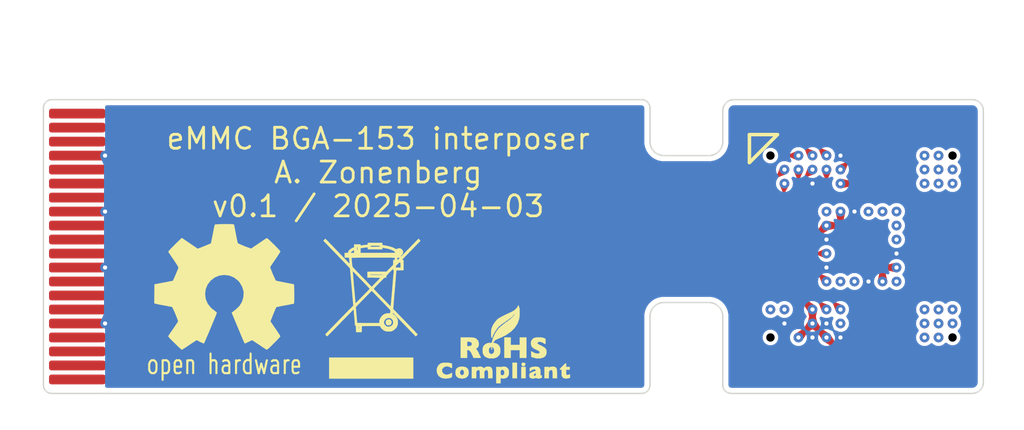
<source format=kicad_pcb>
(kicad_pcb (version 20240108) (generator "pcbnew") (generator_version "8.0")
  (layers (0 "F.Cu" signal) (31 "B.Cu" signal) (34 "B.Paste" user) (35 "F.Paste" user) (36 "B.SilkS" user "B.Silkscreen") (37 "F.SilkS" user "F.Silkscreen") (38 "B.Mask" user) (39 "F.Mask" user) (44 "Edge.Cuts" user))
  (net 0 "")
  (net 1 "/D0")
  (net 2 "/GND")
  (net 3 "/D4")
  (net 4 "/CLK")
  (net 5 "/CMD")
  (net 6 "/D7")
  (net 7 "/VDDI")
  (net 8 "/DS")
  (net 9 "/VCCQ")
  (net 10 "/D2")
  (net 11 "/VCC")
  (net 12 "/D1")
  (net 13 "/RST_N")
  (net 14 "/D6")
  (net 15 "/D5")
  (net 16 "/D3")
  (footprint "azonenberg_pcb:CONN_FFC_0.5MM_3.5MM_1x20_2MM" (layer "F.Cu") (at 100.5 86.5 90)
    (property "Reference" "J1" (hide yes))
    (property "Value" "CONN_01X20" (hide yes))
    (fp_line (start 4.947868 -2.2) (end -4.947868 -2.2) (stroke (width 0.05)) (layer "Edge.Cuts"))
    (fp_line (start 5.25 0) (end 5.25 -1.9) (stroke (width 0.05)) (layer "Edge.Cuts"))
    (fp_line (start -5.25 0) (end -5.25 -1.9) (stroke (width 0.05)) (layer "Edge.Cuts"))
    (fp_arc (start 4.947868 -2.2) (mid 5.160021 -2.112143) (end 5.247868 -1.9) (stroke (width 0.05)) (layer "Edge.Cuts"))
    (fp_arc (start -5.25 -1.9) (mid -5.162132 -2.112132) (end -4.95 -2.2) (stroke (width 0.05)) (layer "Edge.Cuts"))
    (pad "1" smd roundrect (at -4.75 -1 90) (size 0.35 2) (layers "F.Cu" "F.Mask") (net 9 "/VCCQ"))
    (pad "2" smd roundrect (at -4.25 -1 90) (size 0.35 2) (layers "F.Cu" "F.Mask") (net 9 "/VCCQ"))
    (pad "3" smd roundrect (at -3.75 -1 90) (size 0.35 2) (layers "F.Cu" "F.Mask") (net 5 "/CMD"))
    (pad "4" smd roundrect (at -3.25 -1 90) (size 0.35 2) (layers "F.Cu" "F.Mask") (net 4 "/CLK"))
    (pad "5" smd roundrect (at -2.75 -1 90) (size 0.35 2) (layers "F.Cu" "F.Mask") (net 2 "/GND"))
    (pad "6" smd roundrect (at -2.25 -1 90) (size 0.35 2) (layers "F.Cu" "F.Mask") (net 13 "/RST_N"))
    (pad "7" smd roundrect (at -1.75 -1 90) (size 0.35 2) (layers "F.Cu" "F.Mask") (net 8 "/DS"))
    (pad "8" smd roundrect (at -1.25 -1 90) (size 0.35 2) (layers "F.Cu" "F.Mask") (net 11 "/VCC"))
    (pad "9" smd roundrect (at -0.75 -1 90) (size 0.35 2) (layers "F.Cu" "F.Mask") (net 2 "/GND"))
    (pad "10" smd roundrect (at -0.25 -1 90) (size 0.35 2) (layers "F.Cu" "F.Mask") (net 14 "/D6"))
    (pad "11" smd roundrect (at 0.25 -1 90) (size 0.35 2) (layers "F.Cu" "F.Mask") (net 15 "/D5"))
    (pad "12" smd roundrect (at 0.75 -1 90) (size 0.35 2) (layers "F.Cu" "F.Mask") (net 3 "/D4"))
    (pad "13" smd roundrect (at 1.25 -1 90) (size 0.35 2) (layers "F.Cu" "F.Mask") (net 2 "/GND"))
    (pad "14" smd roundrect (at 1.75 -1 90) (size 0.35 2) (layers "F.Cu" "F.Mask") (net 7 "/VDDI"))
    (pad "15" smd roundrect (at 2.25 -1 90) (size 0.35 2) (layers "F.Cu" "F.Mask") (net 16 "/D3"))
    (pad "16" smd roundrect (at 2.75 -1 90) (size 0.35 2) (layers "F.Cu" "F.Mask") (net 1 "/D0"))
    (pad "17" smd roundrect (at 3.25 -1 90) (size 0.35 2) (layers "F.Cu" "F.Mask") (net 2 "/GND"))
    (pad "18" smd roundrect (at 3.75 -1 90) (size 0.35 2) (layers "F.Cu" "F.Mask") (net 12 "/D1"))
    (pad "19" smd roundrect (at 4.25 -1 90) (size 0.35 2) (layers "F.Cu" "F.Mask") (net 10 "/D2"))
    (pad "20" smd roundrect (at 4.75 -1 90) (size 0.35 2) (layers "F.Cu" "F.Mask") (net 6 "/D7"))
  )
  (footprint "w_logo:Logo_silk_WEEE_3.4x5mm" (layer "F.Cu") (at 110 88.75)
    (property "Reference" "M3" (hide yes))
    (property "Value" "MECHANICAL" (hide yes))
  )
  (footprint "w_logo:Logo_silk_OSHW_6x6mm" (layer "F.Cu") (at 104.755 87.944565)
    (property "Reference" "M2" (hide yes))
    (property "Value" "MECHANICAL" (hide yes))
  )
  (footprint "w_logo:Logo_silk_ROHS_5x2.8mm" (layer "F.Cu") (at 114.75 90)
    (property "Reference" "M4" (hide yes))
    (property "Value" "MECHANICAL" (hide yes))
  )
  (footprint "azonenberg_pcb:BGA_153_14x14_EMMC_BA_0.5MM_NCDEPOP_REVERSE" (layer "F.Cu") (at 127.5 86.5)
    (property "Reference" "U1" (hide yes))
    (property "Value" "eMMC-153ball" (hide yes))
    (pad "" np_thru_hole circle (at -3.25 -3.25) (size 0.3 0.3) (drill 0.3) (layers "*.Mask"))
    (pad "" np_thru_hole circle (at -3.25 3.25) (size 0.3 0.3) (drill 0.3) (layers "*.Mask"))
    (pad "" np_thru_hole circle (at 3.25 -3.25) (size 0.3 0.3) (drill 0.3) (layers "*.Mask"))
    (pad "" np_thru_hole circle (at 3.25 3.25) (size 0.3 0.3) (drill 0.3) (layers "*.Mask"))
    (pad "A3" smd circle (at -2.25 -3.25) (size 0.3 0.3) (layers "*.Mask" "B.Cu" "B.Paste") (net 1 "/D0"))
    (pad "A4" smd circle (at -1.75 -3.25) (size 0.3 0.3) (layers "*.Mask" "B.Cu" "B.Paste") (net 12 "/D1"))
    (pad "A5" smd circle (at -1.25 -3.25) (size 0.3 0.3) (layers "*.Mask" "B.Cu" "B.Paste") (net 10 "/D2"))
    (pad "A6" smd circle (at -0.75 -3.25) (size 0.3 0.3) (layers "*.Mask" "B.Cu" "B.Paste") (net 2 "/GND"))
    (pad "A12" smd circle (at 2.25 -3.25) (size 0.3 0.3) (layers "*.Mask" "B.Cu" "B.Paste"))
    (pad "A13" smd circle (at 2.75 -3.25) (size 0.3 0.3) (layers "*.Mask" "B.Cu" "B.Paste"))
    (pad "B2" smd circle (at -2.75 -2.75) (size 0.3 0.3) (layers "*.Mask" "B.Cu" "B.Paste") (net 16 "/D3"))
    (pad "B3" smd circle (at -2.25 -2.75) (size 0.3 0.3) (layers "*.Mask" "B.Cu" "B.Paste") (net 3 "/D4"))
    (pad "B4" smd circle (at -1.75 -2.75) (size 0.3 0.3) (layers "*.Mask" "B.Cu" "B.Paste") (net 15 "/D5"))
    (pad "B5" smd circle (at -1.25 -2.75) (size 0.3 0.3) (layers "*.Mask" "B.Cu" "B.Paste") (net 14 "/D6"))
    (pad "B6" smd circle (at -0.75 -2.75) (size 0.3 0.3) (layers "*.Mask" "B.Cu" "B.Paste") (net 6 "/D7"))
    (pad "B12" smd circle (at 2.25 -2.75) (size 0.3 0.3) (layers "*.Mask" "B.Cu" "B.Paste"))
    (pad "B13" smd circle (at 2.75 -2.75) (size 0.3 0.3) (layers "*.Mask" "B.Cu" "B.Paste"))
    (pad "B14" smd circle (at 3.25 -2.75) (size 0.3 0.3) (layers "*.Mask" "B.Cu" "B.Paste"))
    (pad "C2" smd circle (at -2.75 -2.25) (size 0.3 0.3) (layers "*.Mask" "B.Cu" "B.Paste") (net 7 "/VDDI"))
    (pad "C4" smd circle (at -1.75 -2.25) (size 0.3 0.3) (layers "*.Mask" "B.Cu" "B.Paste") (net 2 "/GND"))
    (pad "C6" smd circle (at -0.75 -2.25) (size 0.3 0.3) (layers "*.Mask" "B.Cu" "B.Paste") (net 9 "/VCCQ"))
    (pad "C12" smd circle (at 2.25 -2.25) (size 0.3 0.3) (layers "*.Mask" "B.Cu" "B.Paste"))
    (pad "C13" smd circle (at 2.75 -2.25) (size 0.3 0.3) (layers "*.Mask" "B.Cu" "B.Paste"))
    (pad "C14" smd circle (at 3.25 -2.25) (size 0.3 0.3) (layers "*.Mask" "B.Cu" "B.Paste"))
    (pad "E5" smd circle (at -1.25 -1.25) (size 0.3 0.3) (layers "*.Mask" "B.Cu" "B.Paste"))
    (pad "E6" smd circle (at -0.75 -1.25) (size 0.3 0.3) (layers "*.Mask" "B.Cu" "B.Paste") (net 11 "/VCC"))
    (pad "E7" smd circle (at -0.25 -1.25) (size 0.3 0.3) (layers "*.Mask" "B.Cu" "B.Paste") (net 2 "/GND"))
    (pad "E8" smd circle (at 0.25 -1.25) (size 0.3 0.3) (layers "*.Mask" "B.Cu" "B.Paste"))
    (pad "E9" smd circle (at 0.75 -1.25) (size 0.3 0.3) (layers "*.Mask" "B.Cu" "B.Paste"))
    (pad "E10" smd circle (at 1.25 -1.25) (size 0.3 0.3) (layers "*.Mask" "B.Cu" "B.Paste"))
    (pad "F5" smd circle (at -1.25 -0.75) (size 0.3 0.3) (layers "*.Mask" "B.Cu" "B.Paste") (net 11 "/VCC"))
    (pad "F10" smd circle (at 1.25 -0.75) (size 0.3 0.3) (layers "*.Mask" "B.Cu" "B.Paste"))
    (pad "G5" smd circle (at -1.25 -0.25) (size 0.3 0.3) (layers "*.Mask" "B.Cu" "B.Paste") (net 2 "/GND"))
    (pad "G10" smd circle (at 1.25 -0.25) (size 0.3 0.3) (layers "*.Mask" "B.Cu" "B.Paste"))
    (pad "H5" smd circle (at -1.25 0.25) (size 0.3 0.3) (layers "*.Mask" "B.Cu" "B.Paste") (net 8 "/DS"))
    (pad "H10" smd circle (at 1.25 0.25) (size 0.3 0.3) (layers "*.Mask" "B.Cu" "B.Paste") (net 2 "/GND"))
    (pad "J5" smd circle (at -1.25 0.75) (size 0.3 0.3) (layers "*.Mask" "B.Cu" "B.Paste") (net 2 "/GND"))
    (pad "J10" smd circle (at 1.25 0.75) (size 0.3 0.3) (layers "*.Mask" "B.Cu" "B.Paste") (net 11 "/VCC"))
    (pad "K5" smd circle (at -1.25 1.25) (size 0.3 0.3) (layers "*.Mask" "B.Cu" "B.Paste") (net 13 "/RST_N"))
    (pad "K6" smd circle (at -0.75 1.25) (size 0.3 0.3) (layers "*.Mask" "B.Cu" "B.Paste"))
    (pad "K7" smd circle (at -0.25 1.25) (size 0.3 0.3) (layers "*.Mask" "B.Cu" "B.Paste"))
    (pad "K8" smd circle (at 0.25 1.25) (size 0.3 0.3) (layers "*.Mask" "B.Cu" "B.Paste") (net 2 "/GND"))
    (pad "K9" smd circle (at 0.75 1.25) (size 0.3 0.3) (layers "*.Mask" "B.Cu" "B.Paste") (net 11 "/VCC"))
    (pad "K10" smd circle (at 1.25 1.25) (size 0.3 0.3) (layers "*.Mask" "B.Cu" "B.Paste"))
    (pad "M1" smd circle (at -3.25 2.25) (size 0.3 0.3) (layers "*.Mask" "B.Cu" "B.Paste"))
    (pad "M2" smd circle (at -2.75 2.25) (size 0.3 0.3) (layers "*.Mask" "B.Cu" "B.Paste"))
    (pad "M4" smd circle (at -1.75 2.25) (size 0.3 0.3) (layers "*.Mask" "B.Cu" "B.Paste") (net 9 "/VCCQ"))
    (pad "M5" smd circle (at -1.25 2.25) (size 0.3 0.3) (layers "*.Mask" "B.Cu" "B.Paste") (net 5 "/CMD"))
    (pad "M6" smd circle (at -0.75 2.25) (size 0.3 0.3) (layers "*.Mask" "B.Cu" "B.Paste") (net 4 "/CLK"))
    (pad "M12" smd circle (at 2.25 2.25) (size 0.3 0.3) (layers "*.Mask" "B.Cu" "B.Paste"))
    (pad "M13" smd circle (at 2.75 2.25) (size 0.3 0.3) (layers "*.Mask" "B.Cu" "B.Paste"))
    (pad "M14" smd circle (at 3.25 2.25) (size 0.3 0.3) (layers "*.Mask" "B.Cu" "B.Paste"))
    (pad "N2" smd circle (at -2.75 2.75) (size 0.3 0.3) (layers "*.Mask" "B.Cu" "B.Paste") (net 2 "/GND"))
    (pad "N4" smd circle (at -1.75 2.75) (size 0.3 0.3) (layers "*.Mask" "B.Cu" "B.Paste") (net 9 "/VCCQ"))
    (pad "N5" smd circle (at -1.25 2.75) (size 0.3 0.3) (layers "*.Mask" "B.Cu" "B.Paste") (net 2 "/GND"))
    (pad "N6" smd circle (at -0.75 2.75) (size 0.3 0.3) (layers "*.Mask" "B.Cu" "B.Paste"))
    (pad "N12" smd circle (at 2.25 2.75) (size 0.3 0.3) (layers "*.Mask" "B.Cu" "B.Paste"))
    (pad "N13" smd circle (at 2.75 2.75) (size 0.3 0.3) (layers "*.Mask" "B.Cu" "B.Paste"))
    (pad "N14" smd circle (at 3.25 2.75) (size 0.3 0.3) (layers "*.Mask" "B.Cu" "B.Paste"))
    (pad "P3" smd circle (at -2.25 3.25) (size 0.3 0.3) (layers "*.Mask" "B.Cu" "B.Paste") (net 9 "/VCCQ"))
    (pad "P4" smd circle (at -1.75 3.25) (size 0.3 0.3) (layers "*.Mask" "B.Cu" "B.Paste") (net 2 "/GND"))
    (pad "P5" smd circle (at -1.25 3.25) (size 0.3 0.3) (layers "*.Mask" "B.Cu" "B.Paste") (net 9 "/VCCQ"))
    (pad "P6" smd circle (at -0.75 3.25) (size 0.3 0.3) (layers "*.Mask" "B.Cu" "B.Paste") (net 2 "/GND"))
    (pad "P12" smd circle (at 2.25 3.25) (size 0.3 0.3) (layers "*.Mask" "B.Cu" "B.Paste"))
    (pad "P13" smd circle (at 2.75 3.25) (size 0.3 0.3) (layers "*.Mask" "B.Cu" "B.Paste"))
  )
  (gr_line (start 100.5 91.75) (end 119.65 91.75) (stroke (width 0.05)) (layer "Edge.Cuts"))
  (gr_line (start 122.85 91.75) (end 131.45 91.75) (stroke (width 0.05)) (layer "Edge.Cuts"))
  (gr_line (start 122.05 83.25) (end 120.45 83.25) (stroke (width 0.05)) (layer "Edge.Cuts"))
  (gr_line (start 122.55 89) (end 122.55 91.45) (stroke (width 0.05)) (layer "Edge.Cuts"))
  (gr_arc (start 120.45 83.25) (mid 120.096447 83.103553) (end 119.95 82.75) (stroke (width 0.05)) (layer "Edge.Cuts"))
  (gr_line (start 100.5 81.25) (end 119.65 81.25) (stroke (width 0.05)) (layer "Edge.Cuts"))
  (gr_arc (start 119.65 81.25) (mid 119.862132 81.337868) (end 119.95 81.55) (stroke (width 0.05)) (layer "Edge.Cuts"))
  (gr_line (start 131.85 81.65) (end 131.85 91.35) (stroke (width 0.05)) (layer "Edge.Cuts"))
  (gr_arc (start 122.05 88.5) (mid 122.403553 88.646447) (end 122.55 89) (stroke (width 0.05)) (layer "Edge.Cuts"))
  (gr_arc (start 131.45 81.25) (mid 131.732843 81.367157) (end 131.85 81.65) (stroke (width 0.05)) (layer "Edge.Cuts"))
  (gr_arc (start 122.55 81.65) (mid 122.667157 81.367157) (end 122.95 81.25) (stroke (width 0.05)) (layer "Edge.Cuts"))
  (gr_line (start 122.55 81.65) (end 122.55 82.75) (stroke (width 0.05)) (layer "Edge.Cuts"))
  (gr_line (start 120.449999 88.5) (end 122.05 88.5) (stroke (width 0.05)) (layer "Edge.Cuts"))
  (gr_line (start 122.95 81.25) (end 131.45 81.25) (stroke (width 0.05)) (layer "Edge.Cuts"))
  (gr_arc (start 122.55 82.75) (mid 122.403554 83.103554) (end 122.05 83.25) (stroke (width 0.05)) (layer "Edge.Cuts"))
  (gr_line (start 119.95 89) (end 119.95 91.45) (stroke (width 0.05)) (layer "Edge.Cuts"))
  (gr_line (start 119.95 81.55) (end 119.95 82.75) (stroke (width 0.05)) (layer "Edge.Cuts"))
  (gr_arc (start 122.85 91.75) (mid 122.637868 91.662132) (end 122.55 91.45) (stroke (width 0.05)) (layer "Edge.Cuts"))
  (gr_arc (start 119.95 91.45) (mid 119.862132 91.662132) (end 119.65 91.75) (stroke (width 0.05)) (layer "Edge.Cuts"))
  (gr_arc (start 119.95 88.999999) (mid 120.096446 88.646446) (end 120.449999 88.5) (stroke (width 0.05)) (layer "Edge.Cuts"))
  (gr_arc (start 131.85 91.35) (mid 131.732843 91.632843) (end 131.45 91.75) (stroke (width 0.05)) (layer "Edge.Cuts"))
  (gr_text "eMMC BGA-153 interposer\nA. Zonenberg\nv0.1 / 2025-04-03" (at 110.25 85.5 0) (layer "F.SilkS") (effects (font (size 0.75 0.75) (thickness 0.1)) (justify bottom)))
  (via (at 126.25 85.25) (size 0.35) (drill 0.15) (layers "F.Cu" "B.Cu") (net 0))
  (via (at 130.75 88.75) (size 0.35) (drill 0.15) (layers "F.Cu" "B.Cu") (net 0))
  (via (at 130.75 89.25) (size 0.35) (drill 0.15) (layers "F.Cu" "B.Cu") (net 0))
  (via (at 124.25 88.75) (size 0.35) (drill 0.15) (layers "F.Cu" "B.Cu") (net 0))
  (via (at 128.75 87.75) (size 0.35) (drill 0.15) (layers "F.Cu" "B.Cu") (net 0))
  (via (at 128.75 85.25) (size 0.35) (drill 0.15) (layers "F.Cu" "B.Cu") (net 0))
  (via (at 130.25 83.25) (size 0.35) (drill 0.15) (layers "F.Cu" "B.Cu") (net 0))
  (via (at 127.75 85.25) (size 0.35) (drill 0.15) (layers "F.Cu" "B.Cu") (net 0))
  (via (at 130.25 88.75) (size 0.35) (drill 0.15) (layers "F.Cu" "B.Cu") (net 0))
  (via (at 129.75 89.25) (size 0.35) (drill 0.15) (layers "F.Cu" "B.Cu") (net 0))
  (via (at 126.75 87.75) (size 0.35) (drill 0.15) (layers "F.Cu" "B.Cu") (net 0))
  (via (at 127.25 87.75) (size 0.35) (drill 0.15) (layers "F.Cu" "B.Cu") (net 0))
  (via (at 130.25 84.25) (size 0.35) (drill 0.15) (layers "F.Cu" "B.Cu") (net 0))
  (via (at 130.75 84.25) (size 0.35) (drill 0.15) (layers "F.Cu" "B.Cu") (net 0))
  (via (at 128.75 86.25) (size 0.35) (drill 0.15) (layers "F.Cu" "B.Cu") (net 0))
  (via (at 128.25 85.25) (size 0.35) (drill 0.15) (layers "F.Cu" "B.Cu") (net 0))
  (via (at 124.75 88.75) (size 0.35) (drill 0.15) (layers "F.Cu" "B.Cu") (net 0))
  (via (at 130.25 89.25) (size 0.35) (drill 0.15) (layers "F.Cu" "B.Cu") (net 0))
  (via (at 129.75 83.75) (size 0.35) (drill 0.15) (layers "F.Cu" "B.Cu") (net 0))
  (via (at 130.25 83.75) (size 0.35) (drill 0.15) (layers "F.Cu" "B.Cu") (net 0))
  (via (at 126.75 89.25) (size 0.35) (drill 0.15) (layers "F.Cu" "B.Cu") (net 0))
  (via (at 130.25 89.75) (size 0.35) (drill 0.15) (layers "F.Cu" "B.Cu") (net 0))
  (via (at 129.75 83.25) (size 0.35) (drill 0.15) (layers "F.Cu" "B.Cu") (net 0))
  (via (at 128.75 85.75) (size 0.35) (drill 0.15) (layers "F.Cu" "B.Cu") (net 0))
  (via (at 129.75 89.75) (size 0.35) (drill 0.15) (layers "F.Cu" "B.Cu") (net 0))
  (via (at 129.75 88.75) (size 0.35) (drill 0.15) (layers "F.Cu" "B.Cu") (net 0))
  (via (at 129.75 84.25) (size 0.35) (drill 0.15) (layers "F.Cu" "B.Cu") (net 0))
  (via (at 130.75 83.75) (size 0.35) (drill 0.15) (layers "F.Cu" "B.Cu") (net 0))
  (segment (start 116.55 84.55) (end 115.75 83.75) (width 0.075) (layer "F.Cu") (net 1))
  (segment (start 115.75 83.75) (end 99.5 83.75) (width 0.075) (layer "F.Cu") (net 1))
  (segment (start 123.4 84.55) (end 116.55 84.55) (width 0.075) (layer "F.Cu") (net 1))
  (segment (start 124.7 83.25) (end 123.4 84.55) (width 0.075) (layer "F.Cu") (net 1))
  (segment (start 125.25 83.25) (end 124.7 83.25) (width 0.075) (layer "F.Cu") (net 1))
  (via (at 125.25 83.25) (size 0.35) (drill 0.15) (layers "F.Cu" "B.Cu") (net 1))
  (segment (start 99.5 83.25) (end 100.5 83.25) (width 0.075) (layer "F.Cu") (net 2))
  (segment (start 99.5 89.25) (end 100.5 89.25) (width 0.075) (layer "F.Cu") (net 2))
  (segment (start 99.5 87.25) (end 100.5 87.25) (width 0.075) (layer "F.Cu") (net 2))
  (segment (start 99.5 85.25) (end 100.5 85.25) (width 0.075) (layer "F.Cu") (net 2))
  (via (at 126.25 89.25) (size 0.35) (drill 0.15) (layers "F.Cu" "B.Cu") (net 2))
  (via (at 125.75 89.75) (size 0.35) (drill 0.15) (layers "F.Cu" "B.Cu") (net 2))
  (via (at 100.5 83.25) (size 0.35) (drill 0.15) (layers "F.Cu" "B.Cu") (net 2))
  (via (at 126.25 86.25) (size 0.35) (drill 0.15) (layers "F.Cu" "B.Cu") (net 2))
  (via (at 128.75 86.75) (size 0.35) (drill 0.15) (layers "F.Cu" "B.Cu") (net 2))
  (via (at 125.75 84.25) (size 0.35) (drill 0.15) (layers "F.Cu" "B.Cu") (net 2))
  (via (at 127.25 85.25) (size 0.35) (drill 0.15) (layers "F.Cu" "B.Cu") (net 2))
  (via (at 126.25 87.25) (size 0.35) (drill 0.15) (layers "F.Cu" "B.Cu") (net 2))
  (via (at 100.5 87.25) (size 0.35) (drill 0.15) (layers "F.Cu" "B.Cu") (net 2))
  (via (at 100.5 85.25) (size 0.35) (drill 0.15) (layers "F.Cu" "B.Cu") (net 2))
  (via (at 126.75 83.25) (size 0.35) (drill 0.15) (layers "F.Cu" "B.Cu") (net 2))
  (via (at 100.5 89.25) (size 0.35) (drill 0.15) (layers "F.Cu" "B.Cu") (net 2))
  (via (at 124.75 89.25) (size 0.35) (drill 0.15) (layers "F.Cu" "B.Cu") (net 2))
  (via (at 127.75 87.75) (size 0.35) (drill 0.15) (layers "F.Cu" "B.Cu") (net 2))
  (via (at 126.75 89.75) (size 0.35) (drill 0.15) (layers "F.Cu" "B.Cu") (net 2))
  (segment (start 126.25 89.25) (end 126.75 89.75) (width 0.075) (layer "B.Cu") (net 2))
  (segment (start 125.25 89.25) (end 125.75 89.75) (width 0.075) (layer "B.Cu") (net 2))
  (segment (start 126.75 83.25) (end 127.25 83.75) (width 0.075) (layer "B.Cu") (net 2))
  (segment (start 127.8 86.75) (end 127.75 86.8) (width 0.075) (layer "B.Cu") (net 2))
  (segment (start 125.05 84.95) (end 125.05 85.05) (width 0.075) (layer "B.Cu") (net 2))
  (segment (start 127.25 86.1) (end 127.25 86.85) (width 0.075) (layer "B.Cu") (net 2))
  (segment (start 127.25 85.25) (end 127.25 86.1) (width 0.075) (layer "B.Cu") (net 2))
  (segment (start 127.5 89.75) (end 126.75 89.75) (width 0.075) (layer "B.Cu") (net 2))
  (segment (start 126.25 87.25) (end 126.85 87.25) (width 0.075) (layer "B.Cu") (net 2))
  (segment (start 125.05 85.05) (end 126.25 86.25) (width 0.075) (layer "B.Cu") (net 2))
  (segment (start 127.75 87.75) (end 127.75 89.5) (width 0.075) (layer "B.Cu") (net 2))
  (segment (start 127.25 86.1) (end 127.25 86.15) (width 0.075) (layer "B.Cu") (net 2))
  (segment (start 100.5 83.25) (end 100.5 89.25) (width 0.075) (layer "B.Cu") (net 2))
  (segment (start 116.5 83.25) (end 100.5 83.25) (width 0.075) (layer "B.Cu") (net 2))
  (segment (start 127.25 86.85) (end 127.75 87.35) (width 0.075) (layer "B.Cu") (net 2))
  (segment (start 127.75 89.5) (end 127.5 89.75) (width 0.075) (layer "B.Cu") (net 2))
  (segment (start 127.15 86.25) (end 126.25 86.25) (width 0.075) (layer "B.Cu") (net 2))
  (segment (start 125.75 84.25) (end 125.05 84.95) (width 0.075) (layer "B.Cu") (net 2))
  (segment (start 128.75 86.75) (end 127.8 86.75) (width 0.075) (layer "B.Cu") (net 2))
  (segment (start 127.75 86.8) (end 127.75 87.4) (width 0.075) (layer "B.Cu") (net 2))
  (segment (start 124.75 89.25) (end 125.25 89.25) (width 0.075) (layer "B.Cu") (net 2))
  (segment (start 127.75 87.4) (end 127.75 87.75) (width 0.075) (layer "B.Cu") (net 2))
  (segment (start 118.2 84.95) (end 116.5 83.25) (width 0.075) (layer "B.Cu") (net 2))
  (segment (start 127.25 86.15) (end 127.15 86.25) (width 0.075) (layer "B.Cu") (net 2))
  (segment (start 127.25 83.75) (end 127.25 85.25) (width 0.075) (layer "B.Cu") (net 2))
  (segment (start 126.85 87.25) (end 127.25 86.85) (width 0.075) (layer "B.Cu") (net 2))
  (segment (start 126.25 89.25) (end 125.75 89.75) (width 0.075) (layer "B.Cu") (net 2))
  (segment (start 125.05 84.95) (end 118.2 84.95) (width 0.075) (layer "B.Cu") (net 2))
  (segment (start 127.75 87.35) (end 127.75 87.4) (width 0.075) (layer "B.Cu") (net 2))
  (segment (start 117.4 85.35) (end 124.3 85.35) (width 0.075) (layer "F.Cu") (net 3))
  (segment (start 117 85.75) (end 117.4 85.35) (width 0.075) (layer "F.Cu") (net 3))
  (segment (start 124.3 85.35) (end 125.25 84.4) (width 0.075) (layer "F.Cu") (net 3))
  (segment (start 99.5 85.75) (end 117 85.75) (width 0.075) (layer "F.Cu") (net 3))
  (segment (start 125.25 84.4) (end 125.25 83.75) (width 0.075) (layer "F.Cu") (net 3))
  (via (at 125.25 83.75) (size 0.35) (drill 0.15) (layers "F.Cu" "B.Cu") (net 3))
  (segment (start 99.5 89.75) (end 116.2 89.75) (width 0.075) (layer "F.Cu") (net 4))
  (segment (start 118.6 87.35) (end 125.35 87.35) (width 0.075) (layer "F.Cu") (net 4))
  (segment (start 116.2 89.75) (end 118.6 87.35) (width 0.075) (layer "F.Cu") (net 4))
  (segment (start 125.35 87.35) (end 126.75 88.75) (width 0.075) (layer "F.Cu") (net 4))
  (via (at 126.75 88.75) (size 0.35) (drill 0.15) (layers "F.Cu" "B.Cu") (net 4))
  (segment (start 116.2 90.25) (end 118.85 87.6) (width 0.075) (layer "F.Cu") (net 5))
  (segment (start 118.85 87.6) (end 125.1 87.6) (width 0.075) (layer "F.Cu") (net 5))
  (segment (start 125.1 87.6) (end 126.25 88.75) (width 0.075) (layer "F.Cu") (net 5))
  (segment (start 99.5 90.25) (end 116.2 90.25) (width 0.075) (layer "F.Cu") (net 5))
  (via (at 126.25 88.75) (size 0.35) (drill 0.15) (layers "F.Cu" "B.Cu") (net 5))
  (segment (start 123.45 83.3) (end 123.05 83.7) (width 0.075) (layer "F.Cu") (net 6))
  (segment (start 123.05 83.7) (end 116.9 83.7) (width 0.075) (layer "F.Cu") (net 6))
  (segment (start 127.15 83.35) (end 127.15 82.9) (width 0.075) (layer "F.Cu") (net 6))
  (segment (start 126.625 82.375) (end 123.825 82.375) (width 0.075) (layer "F.Cu") (net 6))
  (segment (start 127.15 82.9) (end 126.625 82.375) (width 0.075) (layer "F.Cu") (net 6))
  (segment (start 123.825 82.375) (end 123.45 82.75) (width 0.075) (layer "F.Cu") (net 6))
  (segment (start 116.9 83.7) (end 114.95 81.75) (width 0.075) (layer "F.Cu") (net 6))
  (segment (start 126.75 83.75) (end 127.15 83.35) (width 0.075) (layer "F.Cu") (net 6))
  (segment (start 114.95 81.75) (end 99.5 81.75) (width 0.075) (layer "F.Cu") (net 6))
  (segment (start 123.45 82.75) (end 123.45 83.3) (width 0.075) (layer "F.Cu") (net 6))
  (via (at 126.75 83.75) (size 0.35) (drill 0.15) (layers "F.Cu" "B.Cu") (net 6))
  (segment (start 124.25 85.05) (end 124.75 84.55) (width 0.075) (layer "F.Cu") (net 7))
  (segment (start 99.5 84.75) (end 115.85 84.75) (width 0.075) (layer "F.Cu") (net 7))
  (segment (start 115.85 84.75) (end 116.15 85.05) (width 0.075) (layer "F.Cu") (net 7))
  (segment (start 124.75 84.55) (end 124.75 84.25) (width 0.075) (layer "F.Cu") (net 7))
  (segment (start 116.15 85.05) (end 124.25 85.05) (width 0.075) (layer "F.Cu") (net 7))
  (via (at 124.75 84.25) (size 0.35) (drill 0.15) (layers "F.Cu" "B.Cu") (net 7))
  (segment (start 118.25 86.75) (end 116.75 88.25) (width 0.075) (layer "F.Cu") (net 8))
  (segment (start 126.25 86.75) (end 118.25 86.75) (width 0.075) (layer "F.Cu") (net 8))
  (segment (start 116.75 88.25) (end 99.5 88.25) (width 0.075) (layer "F.Cu") (net 8))
  (via (at 126.25 86.75) (size 0.35) (drill 0.15) (layers "F.Cu" "B.Cu") (net 8))
  (segment (start 99.5 90.75) (end 101.6 90.75) (width 0.2) (layer "F.Cu") (net 9))
  (segment (start 126.65 90.15) (end 128.05 90.15) (width 0.2) (layer "F.Cu") (net 9))
  (segment (start 101.6 90.75) (end 116.25 90.75) (width 0.2) (layer "F.Cu") (net 9))
  (segment (start 119 88) (end 125 88) (width 0.2) (layer "F.Cu") (net 9))
  (segment (start 101.6 91.1) (end 101.6 90.75) (width 0.2) (layer "F.Cu") (net 9))
  (segment (start 125.75 88.75) (end 125.75 89.25) (width 0.2) (layer "F.Cu") (net 9))
  (segment (start 125.75 89.25) (end 126.25 89.75) (width 0.2) (layer "F.Cu") (net 9))
  (segment (start 116.25 90.75) (end 119 88) (width 0.2) (layer "F.Cu") (net 9))
  (segment (start 126.25 89.75) (end 126.65 90.15) (width 0.2) (layer "F.Cu") (net 9))
  (segment (start 129.05 84.25) (end 126.75 84.25) (width 0.2) (layer "F.Cu") (net 9))
  (segment (start 129.35 88.85) (end 129.35 84.55) (width 0.2) (layer "F.Cu") (net 9))
  (segment (start 99.5 91.25) (end 101.45 91.25) (width 0.2) (layer "F.Cu") (net 9))
  (segment (start 101.45 91.25) (end 101.6 91.1) (width 0.2) (layer "F.Cu") (net 9))
  (segment (start 125 88) (end 125.75 88.75) (width 0.2) (layer "F.Cu") (net 9))
  (segment (start 129.35 84.55) (end 129.05 84.25) (width 0.2) (layer "F.Cu") (net 9))
  (segment (start 128.05 90.15) (end 129.35 88.85) (width 0.2) (layer "F.Cu") (net 9))
  (segment (start 125.75 89.25) (end 125.25 89.75) (width 0.2) (layer "F.Cu") (net 9))
  (via (at 126.25 89.75) (size 0.35) (drill 0.15) (layers "F.Cu" "B.Cu") (net 9))
  (via (at 125.75 88.75) (size 0.35) (drill 0.15) (layers "F.Cu" "B.Cu") (net 9))
  (via (at 125.25 89.75) (size 0.35) (drill 0.15) (layers "F.Cu" "B.Cu") (net 9))
  (via (at 126.75 84.25) (size 0.35) (drill 0.15) (layers "F.Cu" "B.Cu") (net 9))
  (via (at 125.75 89.25) (size 0.35) (drill 0.15) (layers "F.Cu" "B.Cu") (net 9))
  (segment (start 116.85 84) (end 123.15 84) (width 0.075) (layer "F.Cu") (net 10))
  (segment (start 99.5 82.25) (end 115.1 82.25) (width 0.075) (layer "F.Cu") (net 10))
  (segment (start 123.15 84) (end 123.65 83.5) (width 0.075) (layer "F.Cu") (net 10))
  (segment (start 125.6 82.6) (end 126.25 83.25) (width 0.075) (layer "F.Cu") (net 10))
  (segment (start 123.95 82.6) (end 125.6 82.6) (width 0.075) (layer "F.Cu") (net 10))
  (segment (start 123.65 82.9) (end 123.95 82.6) (width 0.075) (layer "F.Cu") (net 10))
  (segment (start 115.1 82.25) (end 116.85 84) (width 0.075) (layer "F.Cu") (net 10))
  (segment (start 123.65 83.5) (end 123.65 82.9) (width 0.075) (layer "F.Cu") (net 10))
  (via (at 126.25 83.25) (size 0.35) (drill 0.15) (layers "F.Cu" "B.Cu") (net 10))
  (segment (start 127.85 85.75) (end 128.25 86.15) (width 0.2) (layer "F.Cu") (net 11))
  (segment (start 128.3 87.25) (end 128.25 87.2) (width 0.2) (layer "F.Cu") (net 11))
  (segment (start 116.75 87.75) (end 118.075 86.425) (width 0.2) (layer "F.Cu") (net 11))
  (segment (start 125.575 86.425) (end 126.25 85.75) (width 0.2) (layer "F.Cu") (net 11))
  (segment (start 99.5 87.75) (end 116.75 87.75) (width 0.2) (layer "F.Cu") (net 11))
  (segment (start 126.75 85.75) (end 127.85 85.75) (width 0.2) (layer "F.Cu") (net 11))
  (segment (start 128.25 87.2) (end 128.25 87.75) (width 0.2) (layer "F.Cu") (net 11))
  (segment (start 118.075 86.425) (end 125.575 86.425) (width 0.2) (layer "F.Cu") (net 11))
  (segment (start 126.25 85.75) (end 126.75 85.75) (width 0.2) (layer "F.Cu") (net 11))
  (segment (start 128.25 87.25) (end 128.25 87.75) (width 0.075) (layer "F.Cu") (net 11))
  (segment (start 128.25 86.15) (end 128.25 87.2) (width 0.2) (layer "F.Cu") (net 11))
  (segment (start 128.75 87.25) (end 128.3 87.25) (width 0.2) (layer "F.Cu") (net 11))
  (segment (start 126.75 85.25) (end 126.75 85.75) (width 0.2) (layer "F.Cu") (net 11))
  (segment (start 128.75 87.25) (end 128.25 87.25) (width 0.075) (layer "F.Cu") (net 11))
  (segment (start 128.25 86.15) (end 128.25 87.25) (width 0.075) (layer "F.Cu") (net 11))
  (via (at 128.25 87.75) (size 0.35) (drill 0.15) (layers "F.Cu" "B.Cu") (net 11))
  (via (at 128.75 87.25) (size 0.35) (drill 0.15) (layers "F.Cu" "B.Cu") (net 11))
  (via (at 126.75 85.25) (size 0.35) (drill 0.15) (layers "F.Cu" "B.Cu") (net 11))
  (via (at 126.25 85.75) (size 0.35) (drill 0.15) (layers "F.Cu" "B.Cu") (net 11))
  (segment (start 115.2 82.75) (end 116.7 84.25) (width 0.075) (layer "F.Cu") (net 12))
  (segment (start 125.35 82.85) (end 125.75 83.25) (width 0.075) (layer "F.Cu") (net 12))
  (segment (start 116.7 84.25) (end 123.3 84.25) (width 0.075) (layer "F.Cu") (net 12))
  (segment (start 124.1 82.85) (end 125.35 82.85) (width 0.075) (layer "F.Cu") (net 12))
  (segment (start 123.3 84.25) (end 123.9 83.65) (width 0.075) (layer "F.Cu") (net 12))
  (segment (start 123.9 83.65) (end 123.9 83.05) (width 0.075) (layer "F.Cu") (net 12))
  (segment (start 123.9 83.05) (end 124.1 82.85) (width 0.075) (layer "F.Cu") (net 12))
  (segment (start 99.5 82.75) (end 115.2 82.75) (width 0.075) (layer "F.Cu") (net 12))
  (via (at 125.75 83.25) (size 0.35) (drill 0.15) (layers "F.Cu" "B.Cu") (net 12))
  (segment (start 116.7 88.75) (end 99.5 88.75) (width 0.075) (layer "F.Cu") (net 13))
  (segment (start 126.25 87.75) (end 125.6 87.1) (width 0.075) (layer "F.Cu") (net 13))
  (segment (start 118.35 87.1) (end 116.7 88.75) (width 0.075) (layer "F.Cu") (net 13))
  (segment (start 125.6 87.1) (end 118.35 87.1) (width 0.075) (layer "F.Cu") (net 13))
  (via (at 126.25 87.75) (size 0.35) (drill 0.15) (layers "F.Cu" "B.Cu") (net 13))
  (segment (start 117.1 86.75) (end 117.8 86.05) (width 0.075) (layer "F.Cu") (net 14))
  (segment (start 117.8 86.05) (end 124.75 86.05) (width 0.075) (layer "F.Cu") (net 14))
  (segment (start 99.5 86.75) (end 117.1 86.75) (width 0.075) (layer "F.Cu") (net 14))
  (segment (start 126.25 84.55) (end 126.25 83.75) (width 0.075) (layer "F.Cu") (net 14))
  (segment (start 124.75 86.05) (end 126.25 84.55) (width 0.075) (layer "F.Cu") (net 14))
  (via (at 126.25 83.75) (size 0.35) (drill 0.15) (layers "F.Cu" "B.Cu") (net 14))
  (segment (start 117.05 86.25) (end 117.625 85.675) (width 0.075) (layer "F.Cu") (net 15))
  (segment (start 125.45 84.65) (end 125.45 84.05) (width 0.075) (layer "F.Cu") (net 15))
  (segment (start 117.625 85.675) (end 124.425 85.675) (width 0.075) (layer "F.Cu") (net 15))
  (segment (start 124.425 85.675) (end 125.45 84.65) (width 0.075) (layer "F.Cu") (net 15))
  (segment (start 99.5 86.25) (end 117.05 86.25) (width 0.075) (layer "F.Cu") (net 15))
  (segment (start 125.45 84.05) (end 125.75 83.75) (width 0.075) (layer "F.Cu") (net 15))
  (via (at 125.75 83.75) (size 0.35) (drill 0.15) (layers "F.Cu" "B.Cu") (net 15))
  (segment (start 99.5 84.25) (end 115.8 84.25) (width 0.075) (layer "F.Cu") (net 16))
  (segment (start 115.8 84.25) (end 116.35 84.8) (width 0.075) (layer "F.Cu") (net 16))
  (segment (start 123.7 84.8) (end 124.75 83.75) (width 0.075) (layer "F.Cu") (net 16))
  (segment (start 116.35 84.8) (end 123.7 84.8) (width 0.075) (layer "F.Cu") (net 16))
  (via (at 124.75 83.75) (size 0.35) (drill 0.15) (layers "F.Cu" "B.Cu") (net 16))
  (zone (net 2) (net_name "/GND") (layer "B.Cu") (connect_pads yes (clearance 0.125)) (min_thickness 0.125) (fill yes (thermal_gap 0.5) (thermal_bridge_width 0.5))
    (polygon (pts (xy 100.5 81.2) (xy 100.5 91.8) (xy 131.9 91.8) (xy 131.9 81.2)))
  )
)
</source>
